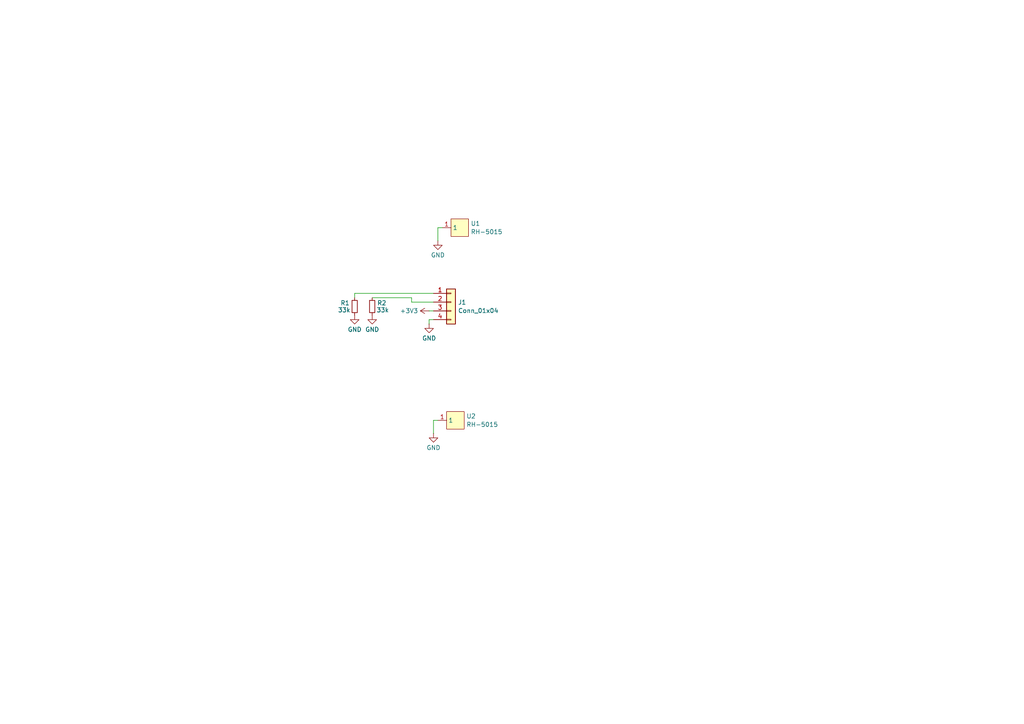
<source format=kicad_sch>
(kicad_sch (version 20231120) (generator "eeschema") (generator_version "8.0")
  (paper "A4")
  (lib_symbols
    (symbol "Connector_Generic:Conn_01x04" (pin_names (offset 1.016) hide)
      (property "Reference" "J" (at 0 5.08 0))
      (property "Value" "Conn_01x04" (at 0 -7.62 0))
      (symbol "Conn_01x04_1_1"
        (rectangle (start -1.27 -4.953) (end 0 -5.207) (stroke (width 0.1524)))
        (rectangle (start -1.27 -2.413) (end 0 -2.667) (stroke (width 0.1524)))
        (rectangle (start -1.27 0.127) (end 0 -0.127) (stroke (width 0.1524)))
        (rectangle (start -1.27 2.667) (end 0 2.413) (stroke (width 0.1524)))
        (rectangle (start -1.27 3.81) (end 1.27 -6.35) (stroke (width 0.254)) (fill (type background)))
        (pin passive line (at -5.08 2.54 0) (length 3.81) (name "Pin_1") (number "1"))
        (pin passive line (at -5.08 0 0) (length 3.81) (name "Pin_2") (number "2"))
        (pin passive line (at -5.08 -2.54 0) (length 3.81) (name "Pin_3") (number "3"))
        (pin passive line (at -5.08 -5.08 0) (length 3.81) (name "Pin_4") (number "4"))
      )
    )
    (symbol "Device:R_Small" (pin_numbers hide) (pin_names (offset 0.254) hide)
      (property "Reference" "R" (at 0.762 0.508 0))
      (property "Value" "R_Small" (at 0.762 -1.016 0))
      (symbol "R_Small_0_1"
        (rectangle (start -0.762 1.778) (end 0.762 -1.778) (stroke (width 0.2032)))
      )
      (symbol "R_Small_1_1"
        (pin passive line (at 0 2.54 270) (length 0.762) (name "~") (number "1"))
        (pin passive line (at 0 -2.54 90) (length 0.762) (name "~") (number "2"))
      )
    )
    (symbol "easyeda2kicad:RH-5015"
      (property "Reference" "U" (at 0 5.08 0))
      (property "Value" "RH-5015" (at 0 -5.08 0))
      (symbol "RH-5015_0_1"
        (rectangle (start -2.54 2.54) (end 2.54 -2.54) (fill (type background)))
        (pin unspecified line (at -5.08 0 0) (length 2.54) (name "1") (number "1"))
      )
    )
    (symbol "power:+3V3" (power) (pin_numbers hide) (pin_names (offset 0) hide)
      (property "Value" "+3V3" (at 0 3.556 0))
      (symbol "+3V3_0_1"
        (polyline (pts (xy -0.762 1.27) (xy 0 2.54)))
        (polyline (pts (xy 0 0) (xy 0 2.54)))
        (polyline (pts (xy 0 2.54) (xy 0.762 1.27)))
      )
      (symbol "+3V3_1_1"
        (pin power_in line (at 0 0 90) (length 0) (name "~") (number "1"))
      )
    )
    (symbol "power:GND" (power) (pin_numbers hide) (pin_names (offset 0) hide)
      (property "Value" "GND" (at 0 -3.81 0))
      (symbol "GND_0_1"
        (polyline (pts (xy 0 0) (xy 0 -1.27) (xy 1.27 -1.27) (xy 0 -2.54) (xy -1.27 -1.27) (xy 0 -1.27)))
      )
      (symbol "GND_1_1"
        (pin power_in line (at 0 0 270) (length 0) (name "~") (number "1"))
      )
    )
  )
  (wire (pts (xy 107.95 86.36) (xy 119.38 86.36)))
  (wire (pts (xy 102.87 85.09) (xy 102.87 86.36)))
  (wire (pts (xy 127 66.04) (xy 128.27 66.04)))
  (wire (pts (xy 119.38 87.63) (xy 125.73 87.63)))
  (wire (pts (xy 124.46 92.71) (xy 124.46 93.98)))
  (wire (pts (xy 125.73 85.09) (xy 102.87 85.09)))
  (wire (pts (xy 119.38 86.36) (xy 119.38 87.63)))
  (wire (pts (xy 127 69.85) (xy 127 66.04)))
  (wire (pts (xy 125.73 125.73) (xy 125.73 121.92)))
  (wire (pts (xy 125.73 121.92) (xy 127 121.92)))
  (wire (pts (xy 124.46 90.17) (xy 125.73 90.17)))
  (wire (pts (xy 124.46 92.71) (xy 125.73 92.71)))
  (symbol (lib_id "power:GND") (at 102.87 91.44 0) (mirror y) (unit 1)
    (property "Reference" "#PWR02" (effects (hide yes)))
    (property "Value" "GND" (at 102.87 95.5731 0))
    (property "Description" "Power symbol creates a global label with name \"GND\" , ground" (effects (hide yes)))
  )
  (symbol (lib_id "Device:R_Small") (at 107.95 88.9 0) (mirror x) (unit 1)
    (property "Reference" "R2" (at 110.744 87.884 0))
    (property "Value" "33k" (at 110.998 89.916 0))
    (property "Footprint" "Resistor_SMD:R_0603_1608Metric_Pad0.98x0.95mm_HandSolder" (effects (hide yes)))
  )
  (symbol (lib_id "Device:R_Small") (at 102.87 88.9 180) (unit 1)
    (property "Reference" "R1" (at 100.076 87.884 0))
    (property "Value" "33k" (at 99.822 89.916 0))
    (property "Footprint" "Resistor_SMD:R_0603_1608Metric_Pad0.98x0.95mm_HandSolder" (effects (hide yes)))
  )
  (symbol (lib_id "power:GND") (at 107.95 91.44 0) (unit 1)
    (property "Reference" "#PWR03" (effects (hide yes)))
    (property "Value" "GND" (at 107.95 95.5731 0))
    (property "Description" "Power symbol creates a global label with name \"GND\" , ground" (effects (hide yes)))
  )
  (symbol (lib_id "power:+3V3") (at 124.46 90.17 90) (unit 1)
    (property "Reference" "#PWR04" (effects (hide yes)))
    (property "Value" "+3V3" (at 121.285 90.17 90) (effects (justify left)))
    (property "Description" "Power symbol creates a global label with name \"+3V3\"" (effects (hide yes)))
  )
  (symbol (lib_id "power:GND") (at 124.46 93.98 0) (unit 1)
    (property "Reference" "#PWR05" (effects (hide yes)))
    (property "Value" "GND" (at 124.46 98.1131 0))
    (property "Description" "Power symbol creates a global label with name \"GND\" , ground" (effects (hide yes)))
  )
  (symbol (lib_id "power:GND") (at 125.73 125.73 0) (unit 1)
    (property "Reference" "#PWR06" (effects (hide yes)))
    (property "Value" "GND" (at 125.73 129.8631 0))
    (property "Description" "Power symbol creates a global label with name \"GND\" , ground" (effects (hide yes)))
  )
  (symbol (lib_id "Connector_Generic:Conn_01x04") (at 130.81 87.63 0) (unit 1)
    (property "Reference" "J1" (at 132.842 87.6878 0) (effects (justify left)))
    (property "Value" "Conn_01x04" (at 132.842 90.1121 0) (effects (justify left)))
    (property "Footprint" "Connector_PinHeader_2.54mm:PinHeader_1x04_P2.54mm_Vertical_SMD_Pin1Left" (effects (hide yes)))
    (property "Description" "Generic connector, single row, 01x04, script generated (kicad-library-utils/schlib/autogen/connector/)" (effects (hide yes)))
  )
  (symbol (lib_id "power:GND") (at 127 69.85 0) (unit 1)
    (property "Reference" "#PWR01" (effects (hide yes)))
    (property "Value" "GND" (at 127 73.9831 0))
    (property "Description" "Power symbol creates a global label with name \"GND\" , ground" (effects (hide yes)))
  )
  (symbol (lib_id "easyeda2kicad:RH-5015") (at 133.35 66.04 0) (unit 1)
    (property "Reference" "U1" (at 136.525 64.8278 0) (effects (justify left)))
    (property "Value" "RH-5015" (at 136.525 67.2521 0) (effects (justify left)))
    (property "Footprint" "easyeda2kicad:SMD_RH-5015" (effects (hide yes)))
    (property "LCSC Part" "C5199798" (effects (hide yes)))
  )
  (symbol (lib_id "easyeda2kicad:RH-5015") (at 132.08 121.92 0) (unit 1)
    (property "Reference" "U2" (at 135.255 120.7078 0) (effects (justify left)))
    (property "Value" "RH-5015" (at 135.255 123.1321 0) (effects (justify left)))
    (property "Footprint" "easyeda2kicad:SMD_RH-5015" (effects (hide yes)))
    (property "LCSC Part" "C5199798" (effects (hide yes)))
  )
)
</source>
